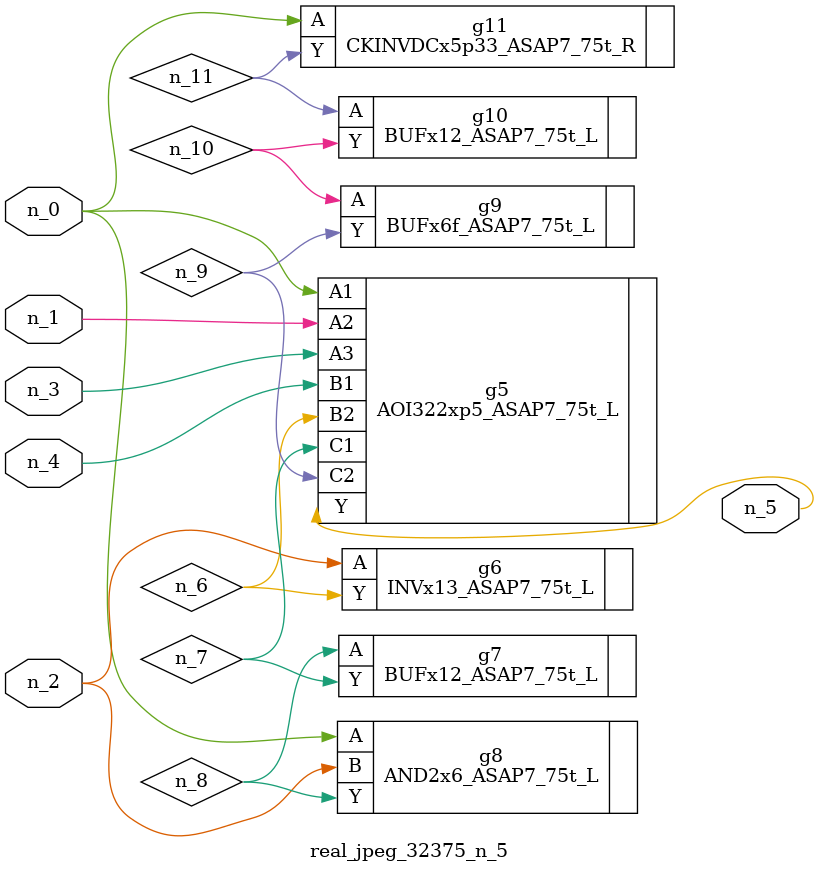
<source format=v>
module real_jpeg_32375_n_5 (n_4, n_0, n_1, n_2, n_3, n_5);

input n_4;
input n_0;
input n_1;
input n_2;
input n_3;

output n_5;

wire n_8;
wire n_11;
wire n_6;
wire n_7;
wire n_10;
wire n_9;

AOI322xp5_ASAP7_75t_L g5 ( 
.A1(n_0),
.A2(n_1),
.A3(n_3),
.B1(n_4),
.B2(n_6),
.C1(n_7),
.C2(n_9),
.Y(n_5)
);

AND2x6_ASAP7_75t_L g8 ( 
.A(n_0),
.B(n_2),
.Y(n_8)
);

CKINVDCx5p33_ASAP7_75t_R g11 ( 
.A(n_0),
.Y(n_11)
);

INVx13_ASAP7_75t_L g6 ( 
.A(n_2),
.Y(n_6)
);

BUFx12_ASAP7_75t_L g7 ( 
.A(n_8),
.Y(n_7)
);

BUFx6f_ASAP7_75t_L g9 ( 
.A(n_10),
.Y(n_9)
);

BUFx12_ASAP7_75t_L g10 ( 
.A(n_11),
.Y(n_10)
);


endmodule
</source>
